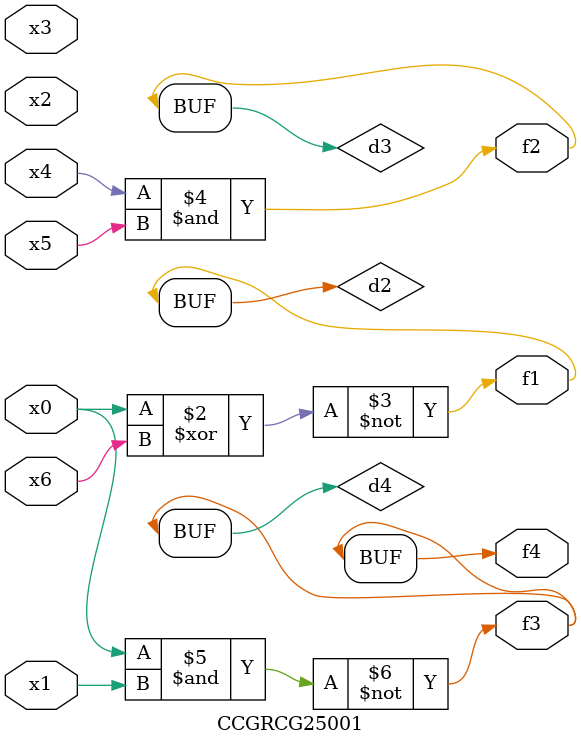
<source format=v>
module CCGRCG25001(
	input x0, x1, x2, x3, x4, x5, x6,
	output f1, f2, f3, f4
);

	wire d1, d2, d3, d4;

	nor (d1, x0);
	xnor (d2, x0, x6);
	and (d3, x4, x5);
	nand (d4, x0, x1);
	assign f1 = d2;
	assign f2 = d3;
	assign f3 = d4;
	assign f4 = d4;
endmodule

</source>
